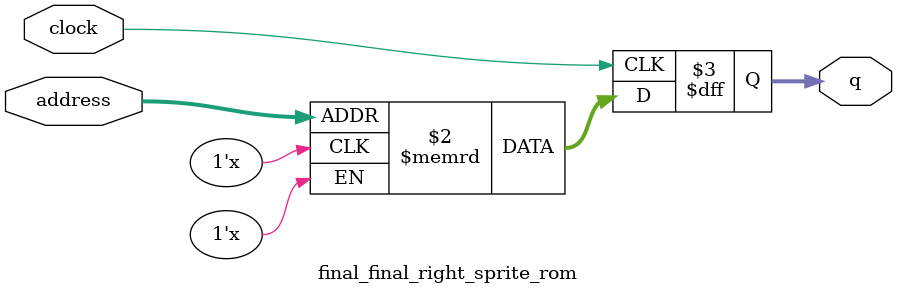
<source format=sv>
module final_final_right_sprite_rom (
	input logic clock,
	input logic [9:0] address,
	output logic [2:0] q
);

logic [2:0] memory [0:1023] /* synthesis ram_init_file = "./final_final_right_sprite/final_final_right_sprite.mif" */;

always_ff @ (posedge clock) begin
	q <= memory[address];
end

endmodule

</source>
